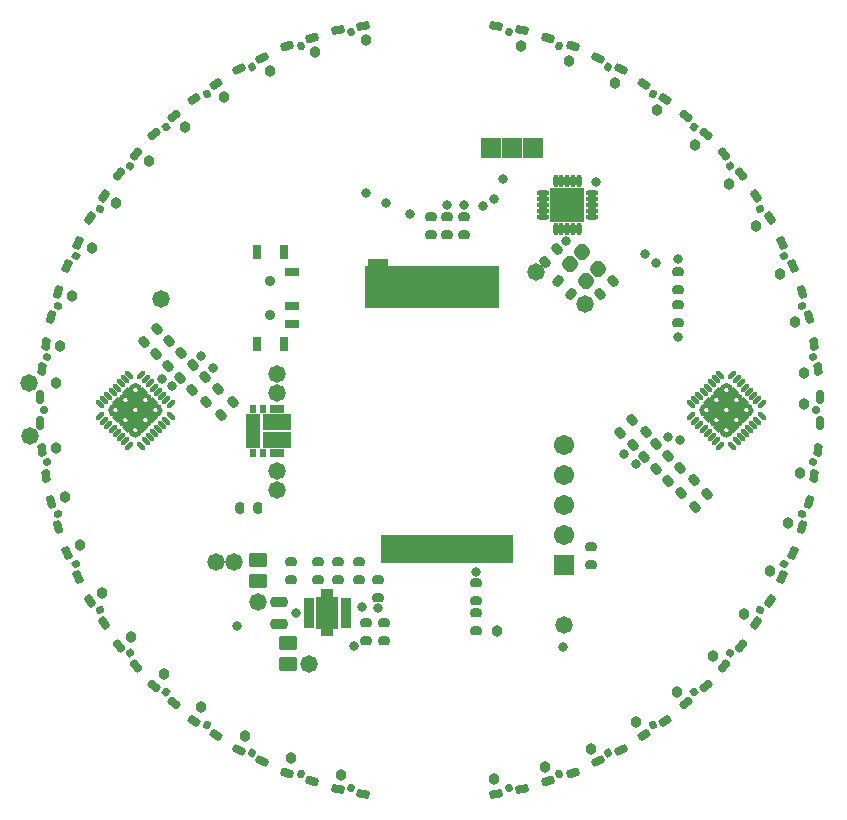
<source format=gts>
%FSLAX24Y24*%
%MOIN*%
G70*
G01*
G75*
G04 Layer_Color=8388736*
%ADD10C,0.0100*%
%ADD11R,0.0197X0.0433*%
%ADD12R,0.0433X0.0197*%
G04:AMPARAMS|DCode=13|XSize=30mil|YSize=22mil|CornerRadius=5.5mil|HoleSize=0mil|Usage=FLASHONLY|Rotation=180.000|XOffset=0mil|YOffset=0mil|HoleType=Round|Shape=RoundedRectangle|*
%AMROUNDEDRECTD13*
21,1,0.0300,0.0110,0,0,180.0*
21,1,0.0190,0.0220,0,0,180.0*
1,1,0.0110,-0.0095,0.0055*
1,1,0.0110,0.0095,0.0055*
1,1,0.0110,0.0095,-0.0055*
1,1,0.0110,-0.0095,-0.0055*
%
%ADD13ROUNDEDRECTD13*%
G04:AMPARAMS|DCode=14|XSize=55.1mil|YSize=39.4mil|CornerRadius=4.9mil|HoleSize=0mil|Usage=FLASHONLY|Rotation=180.000|XOffset=0mil|YOffset=0mil|HoleType=Round|Shape=RoundedRectangle|*
%AMROUNDEDRECTD14*
21,1,0.0551,0.0295,0,0,180.0*
21,1,0.0453,0.0394,0,0,180.0*
1,1,0.0098,-0.0226,0.0148*
1,1,0.0098,0.0226,0.0148*
1,1,0.0098,0.0226,-0.0148*
1,1,0.0098,-0.0226,-0.0148*
%
%ADD14ROUNDEDRECTD14*%
G04:AMPARAMS|DCode=15|XSize=50mil|YSize=24mil|CornerRadius=6mil|HoleSize=0mil|Usage=FLASHONLY|Rotation=180.000|XOffset=0mil|YOffset=0mil|HoleType=Round|Shape=RoundedRectangle|*
%AMROUNDEDRECTD15*
21,1,0.0500,0.0120,0,0,180.0*
21,1,0.0380,0.0240,0,0,180.0*
1,1,0.0120,-0.0190,0.0060*
1,1,0.0120,0.0190,0.0060*
1,1,0.0120,0.0190,-0.0060*
1,1,0.0120,-0.0190,-0.0060*
%
%ADD15ROUNDEDRECTD15*%
G04:AMPARAMS|DCode=16|XSize=30mil|YSize=22mil|CornerRadius=5.5mil|HoleSize=0mil|Usage=FLASHONLY|Rotation=135.000|XOffset=0mil|YOffset=0mil|HoleType=Round|Shape=RoundedRectangle|*
%AMROUNDEDRECTD16*
21,1,0.0300,0.0110,0,0,135.0*
21,1,0.0190,0.0220,0,0,135.0*
1,1,0.0110,-0.0028,0.0106*
1,1,0.0110,0.0106,-0.0028*
1,1,0.0110,0.0028,-0.0106*
1,1,0.0110,-0.0106,0.0028*
%
%ADD16ROUNDEDRECTD16*%
%ADD17R,0.1102X0.1102*%
%ADD18O,0.0098X0.0354*%
%ADD19O,0.0354X0.0098*%
G04:AMPARAMS|DCode=20|XSize=40mil|YSize=40mil|CornerRadius=10mil|HoleSize=0mil|Usage=FLASHONLY|Rotation=135.000|XOffset=0mil|YOffset=0mil|HoleType=Round|Shape=RoundedRectangle|*
%AMROUNDEDRECTD20*
21,1,0.0400,0.0200,0,0,135.0*
21,1,0.0200,0.0400,0,0,135.0*
1,1,0.0200,0.0000,0.0141*
1,1,0.0200,0.0141,0.0000*
1,1,0.0200,0.0000,-0.0141*
1,1,0.0200,-0.0141,0.0000*
%
%ADD20ROUNDEDRECTD20*%
%ADD21P,0.1893X4X180.0*%
G04:AMPARAMS|DCode=22|XSize=9.8mil|YSize=29.5mil|CornerRadius=0mil|HoleSize=0mil|Usage=FLASHONLY|Rotation=135.000|XOffset=0mil|YOffset=0mil|HoleType=Round|Shape=Round|*
%AMOVALD22*
21,1,0.0197,0.0098,0.0000,0.0000,225.0*
1,1,0.0098,0.0070,0.0070*
1,1,0.0098,-0.0070,-0.0070*
%
%ADD22OVALD22*%

G04:AMPARAMS|DCode=23|XSize=9.8mil|YSize=29.5mil|CornerRadius=0mil|HoleSize=0mil|Usage=FLASHONLY|Rotation=225.000|XOffset=0mil|YOffset=0mil|HoleType=Round|Shape=Round|*
%AMOVALD23*
21,1,0.0197,0.0098,0.0000,0.0000,315.0*
1,1,0.0098,-0.0070,0.0070*
1,1,0.0098,0.0070,-0.0070*
%
%ADD23OVALD23*%

G04:AMPARAMS|DCode=24|XSize=35.4mil|YSize=19.7mil|CornerRadius=2.5mil|HoleSize=0mil|Usage=FLASHONLY|Rotation=170.000|XOffset=0mil|YOffset=0mil|HoleType=Round|Shape=RoundedRectangle|*
%AMROUNDEDRECTD24*
21,1,0.0354,0.0148,0,0,170.0*
21,1,0.0305,0.0197,0,0,170.0*
1,1,0.0049,-0.0137,0.0099*
1,1,0.0049,0.0163,0.0046*
1,1,0.0049,0.0137,-0.0099*
1,1,0.0049,-0.0163,-0.0046*
%
%ADD24ROUNDEDRECTD24*%
G04:AMPARAMS|DCode=25|XSize=15.7mil|YSize=19.7mil|CornerRadius=2mil|HoleSize=0mil|Usage=FLASHONLY|Rotation=170.000|XOffset=0mil|YOffset=0mil|HoleType=Round|Shape=RoundedRectangle|*
%AMROUNDEDRECTD25*
21,1,0.0157,0.0157,0,0,170.0*
21,1,0.0118,0.0197,0,0,170.0*
1,1,0.0039,-0.0044,0.0088*
1,1,0.0039,0.0072,0.0067*
1,1,0.0039,0.0044,-0.0088*
1,1,0.0039,-0.0072,-0.0067*
%
%ADD25ROUNDEDRECTD25*%
G04:AMPARAMS|DCode=26|XSize=35.4mil|YSize=19.7mil|CornerRadius=2.5mil|HoleSize=0mil|Usage=FLASHONLY|Rotation=162.000|XOffset=0mil|YOffset=0mil|HoleType=Round|Shape=RoundedRectangle|*
%AMROUNDEDRECTD26*
21,1,0.0354,0.0148,0,0,162.0*
21,1,0.0305,0.0197,0,0,162.0*
1,1,0.0049,-0.0122,0.0117*
1,1,0.0049,0.0168,0.0023*
1,1,0.0049,0.0122,-0.0117*
1,1,0.0049,-0.0168,-0.0023*
%
%ADD26ROUNDEDRECTD26*%
G04:AMPARAMS|DCode=27|XSize=15.7mil|YSize=19.7mil|CornerRadius=2mil|HoleSize=0mil|Usage=FLASHONLY|Rotation=162.000|XOffset=0mil|YOffset=0mil|HoleType=Round|Shape=RoundedRectangle|*
%AMROUNDEDRECTD27*
21,1,0.0157,0.0157,0,0,162.0*
21,1,0.0118,0.0197,0,0,162.0*
1,1,0.0039,-0.0032,0.0093*
1,1,0.0039,0.0081,0.0057*
1,1,0.0039,0.0032,-0.0093*
1,1,0.0039,-0.0081,-0.0057*
%
%ADD27ROUNDEDRECTD27*%
G04:AMPARAMS|DCode=28|XSize=35.4mil|YSize=19.7mil|CornerRadius=2.5mil|HoleSize=0mil|Usage=FLASHONLY|Rotation=154.000|XOffset=0mil|YOffset=0mil|HoleType=Round|Shape=RoundedRectangle|*
%AMROUNDEDRECTD28*
21,1,0.0354,0.0148,0,0,154.0*
21,1,0.0305,0.0197,0,0,154.0*
1,1,0.0049,-0.0105,0.0133*
1,1,0.0049,0.0169,-0.0001*
1,1,0.0049,0.0105,-0.0133*
1,1,0.0049,-0.0169,0.0001*
%
%ADD28ROUNDEDRECTD28*%
G04:AMPARAMS|DCode=29|XSize=15.7mil|YSize=19.7mil|CornerRadius=2mil|HoleSize=0mil|Usage=FLASHONLY|Rotation=154.000|XOffset=0mil|YOffset=0mil|HoleType=Round|Shape=RoundedRectangle|*
%AMROUNDEDRECTD29*
21,1,0.0157,0.0157,0,0,154.0*
21,1,0.0118,0.0197,0,0,154.0*
1,1,0.0039,-0.0019,0.0097*
1,1,0.0039,0.0088,0.0045*
1,1,0.0039,0.0019,-0.0097*
1,1,0.0039,-0.0088,-0.0045*
%
%ADD29ROUNDEDRECTD29*%
G04:AMPARAMS|DCode=30|XSize=35.4mil|YSize=19.7mil|CornerRadius=2.5mil|HoleSize=0mil|Usage=FLASHONLY|Rotation=146.000|XOffset=0mil|YOffset=0mil|HoleType=Round|Shape=RoundedRectangle|*
%AMROUNDEDRECTD30*
21,1,0.0354,0.0148,0,0,146.0*
21,1,0.0305,0.0197,0,0,146.0*
1,1,0.0049,-0.0085,0.0147*
1,1,0.0049,0.0168,-0.0024*
1,1,0.0049,0.0085,-0.0147*
1,1,0.0049,-0.0168,0.0024*
%
%ADD30ROUNDEDRECTD30*%
G04:AMPARAMS|DCode=31|XSize=15.7mil|YSize=19.7mil|CornerRadius=2mil|HoleSize=0mil|Usage=FLASHONLY|Rotation=146.000|XOffset=0mil|YOffset=0mil|HoleType=Round|Shape=RoundedRectangle|*
%AMROUNDEDRECTD31*
21,1,0.0157,0.0157,0,0,146.0*
21,1,0.0118,0.0197,0,0,146.0*
1,1,0.0039,-0.0005,0.0098*
1,1,0.0039,0.0093,0.0032*
1,1,0.0039,0.0005,-0.0098*
1,1,0.0039,-0.0093,-0.0032*
%
%ADD31ROUNDEDRECTD31*%
G04:AMPARAMS|DCode=32|XSize=35.4mil|YSize=19.7mil|CornerRadius=2.5mil|HoleSize=0mil|Usage=FLASHONLY|Rotation=138.000|XOffset=0mil|YOffset=0mil|HoleType=Round|Shape=RoundedRectangle|*
%AMROUNDEDRECTD32*
21,1,0.0354,0.0148,0,0,138.0*
21,1,0.0305,0.0197,0,0,138.0*
1,1,0.0049,-0.0064,0.0157*
1,1,0.0049,0.0163,-0.0047*
1,1,0.0049,0.0064,-0.0157*
1,1,0.0049,-0.0163,0.0047*
%
%ADD32ROUNDEDRECTD32*%
G04:AMPARAMS|DCode=33|XSize=15.7mil|YSize=19.7mil|CornerRadius=2mil|HoleSize=0mil|Usage=FLASHONLY|Rotation=138.000|XOffset=0mil|YOffset=0mil|HoleType=Round|Shape=RoundedRectangle|*
%AMROUNDEDRECTD33*
21,1,0.0157,0.0157,0,0,138.0*
21,1,0.0118,0.0197,0,0,138.0*
1,1,0.0039,0.0009,0.0098*
1,1,0.0039,0.0097,0.0019*
1,1,0.0039,-0.0009,-0.0098*
1,1,0.0039,-0.0097,-0.0019*
%
%ADD33ROUNDEDRECTD33*%
G04:AMPARAMS|DCode=34|XSize=35.4mil|YSize=19.7mil|CornerRadius=2.5mil|HoleSize=0mil|Usage=FLASHONLY|Rotation=130.000|XOffset=0mil|YOffset=0mil|HoleType=Round|Shape=RoundedRectangle|*
%AMROUNDEDRECTD34*
21,1,0.0354,0.0148,0,0,130.0*
21,1,0.0305,0.0197,0,0,130.0*
1,1,0.0049,-0.0042,0.0164*
1,1,0.0049,0.0155,-0.0069*
1,1,0.0049,0.0042,-0.0164*
1,1,0.0049,-0.0155,0.0069*
%
%ADD34ROUNDEDRECTD34*%
G04:AMPARAMS|DCode=35|XSize=15.7mil|YSize=19.7mil|CornerRadius=2mil|HoleSize=0mil|Usage=FLASHONLY|Rotation=130.000|XOffset=0mil|YOffset=0mil|HoleType=Round|Shape=RoundedRectangle|*
%AMROUNDEDRECTD35*
21,1,0.0157,0.0157,0,0,130.0*
21,1,0.0118,0.0197,0,0,130.0*
1,1,0.0039,0.0022,0.0096*
1,1,0.0039,0.0098,0.0005*
1,1,0.0039,-0.0022,-0.0096*
1,1,0.0039,-0.0098,-0.0005*
%
%ADD35ROUNDEDRECTD35*%
G04:AMPARAMS|DCode=36|XSize=35.4mil|YSize=19.7mil|CornerRadius=2.5mil|HoleSize=0mil|Usage=FLASHONLY|Rotation=122.000|XOffset=0mil|YOffset=0mil|HoleType=Round|Shape=RoundedRectangle|*
%AMROUNDEDRECTD36*
21,1,0.0354,0.0148,0,0,122.0*
21,1,0.0305,0.0197,0,0,122.0*
1,1,0.0049,-0.0018,0.0169*
1,1,0.0049,0.0143,-0.0090*
1,1,0.0049,0.0018,-0.0169*
1,1,0.0049,-0.0143,0.0090*
%
%ADD36ROUNDEDRECTD36*%
G04:AMPARAMS|DCode=37|XSize=15.7mil|YSize=19.7mil|CornerRadius=2mil|HoleSize=0mil|Usage=FLASHONLY|Rotation=122.000|XOffset=0mil|YOffset=0mil|HoleType=Round|Shape=RoundedRectangle|*
%AMROUNDEDRECTD37*
21,1,0.0157,0.0157,0,0,122.0*
21,1,0.0118,0.0197,0,0,122.0*
1,1,0.0039,0.0035,0.0092*
1,1,0.0039,0.0098,-0.0008*
1,1,0.0039,-0.0035,-0.0092*
1,1,0.0039,-0.0098,0.0008*
%
%ADD37ROUNDEDRECTD37*%
G04:AMPARAMS|DCode=38|XSize=35.4mil|YSize=19.7mil|CornerRadius=2.5mil|HoleSize=0mil|Usage=FLASHONLY|Rotation=114.000|XOffset=0mil|YOffset=0mil|HoleType=Round|Shape=RoundedRectangle|*
%AMROUNDEDRECTD38*
21,1,0.0354,0.0148,0,0,114.0*
21,1,0.0305,0.0197,0,0,114.0*
1,1,0.0049,0.0005,0.0169*
1,1,0.0049,0.0129,-0.0109*
1,1,0.0049,-0.0005,-0.0169*
1,1,0.0049,-0.0129,0.0109*
%
%ADD38ROUNDEDRECTD38*%
G04:AMPARAMS|DCode=39|XSize=15.7mil|YSize=19.7mil|CornerRadius=2mil|HoleSize=0mil|Usage=FLASHONLY|Rotation=114.000|XOffset=0mil|YOffset=0mil|HoleType=Round|Shape=RoundedRectangle|*
%AMROUNDEDRECTD39*
21,1,0.0157,0.0157,0,0,114.0*
21,1,0.0118,0.0197,0,0,114.0*
1,1,0.0039,0.0048,0.0086*
1,1,0.0039,0.0096,-0.0022*
1,1,0.0039,-0.0048,-0.0086*
1,1,0.0039,-0.0096,0.0022*
%
%ADD39ROUNDEDRECTD39*%
G04:AMPARAMS|DCode=40|XSize=35.4mil|YSize=19.7mil|CornerRadius=2.5mil|HoleSize=0mil|Usage=FLASHONLY|Rotation=106.000|XOffset=0mil|YOffset=0mil|HoleType=Round|Shape=RoundedRectangle|*
%AMROUNDEDRECTD40*
21,1,0.0354,0.0148,0,0,106.0*
21,1,0.0305,0.0197,0,0,106.0*
1,1,0.0049,0.0029,0.0167*
1,1,0.0049,0.0113,-0.0126*
1,1,0.0049,-0.0029,-0.0167*
1,1,0.0049,-0.0113,0.0126*
%
%ADD40ROUNDEDRECTD40*%
G04:AMPARAMS|DCode=41|XSize=15.7mil|YSize=19.7mil|CornerRadius=2mil|HoleSize=0mil|Usage=FLASHONLY|Rotation=106.000|XOffset=0mil|YOffset=0mil|HoleType=Round|Shape=RoundedRectangle|*
%AMROUNDEDRECTD41*
21,1,0.0157,0.0157,0,0,106.0*
21,1,0.0118,0.0197,0,0,106.0*
1,1,0.0039,0.0059,0.0078*
1,1,0.0039,0.0092,-0.0035*
1,1,0.0039,-0.0059,-0.0078*
1,1,0.0039,-0.0092,0.0035*
%
%ADD41ROUNDEDRECTD41*%
G04:AMPARAMS|DCode=42|XSize=35.4mil|YSize=19.7mil|CornerRadius=2.5mil|HoleSize=0mil|Usage=FLASHONLY|Rotation=98.000|XOffset=0mil|YOffset=0mil|HoleType=Round|Shape=RoundedRectangle|*
%AMROUNDEDRECTD42*
21,1,0.0354,0.0148,0,0,98.0*
21,1,0.0305,0.0197,0,0,98.0*
1,1,0.0049,0.0052,0.0161*
1,1,0.0049,0.0094,-0.0141*
1,1,0.0049,-0.0052,-0.0161*
1,1,0.0049,-0.0094,0.0141*
%
%ADD42ROUNDEDRECTD42*%
G04:AMPARAMS|DCode=43|XSize=15.7mil|YSize=19.7mil|CornerRadius=2mil|HoleSize=0mil|Usage=FLASHONLY|Rotation=98.000|XOffset=0mil|YOffset=0mil|HoleType=Round|Shape=RoundedRectangle|*
%AMROUNDEDRECTD43*
21,1,0.0157,0.0157,0,0,98.0*
21,1,0.0118,0.0197,0,0,98.0*
1,1,0.0039,0.0070,0.0069*
1,1,0.0039,0.0086,-0.0048*
1,1,0.0039,-0.0070,-0.0069*
1,1,0.0039,-0.0086,0.0048*
%
%ADD43ROUNDEDRECTD43*%
G04:AMPARAMS|DCode=44|XSize=35.4mil|YSize=19.7mil|CornerRadius=2.5mil|HoleSize=0mil|Usage=FLASHONLY|Rotation=10.000|XOffset=0mil|YOffset=0mil|HoleType=Round|Shape=RoundedRectangle|*
%AMROUNDEDRECTD44*
21,1,0.0354,0.0148,0,0,10.0*
21,1,0.0305,0.0197,0,0,10.0*
1,1,0.0049,0.0163,-0.0046*
1,1,0.0049,-0.0137,-0.0099*
1,1,0.0049,-0.0163,0.0046*
1,1,0.0049,0.0137,0.0099*
%
%ADD44ROUNDEDRECTD44*%
G04:AMPARAMS|DCode=45|XSize=15.7mil|YSize=19.7mil|CornerRadius=2mil|HoleSize=0mil|Usage=FLASHONLY|Rotation=10.000|XOffset=0mil|YOffset=0mil|HoleType=Round|Shape=RoundedRectangle|*
%AMROUNDEDRECTD45*
21,1,0.0157,0.0157,0,0,10.0*
21,1,0.0118,0.0197,0,0,10.0*
1,1,0.0039,0.0072,-0.0067*
1,1,0.0039,-0.0044,-0.0088*
1,1,0.0039,-0.0072,0.0067*
1,1,0.0039,0.0044,0.0088*
%
%ADD45ROUNDEDRECTD45*%
G04:AMPARAMS|DCode=46|XSize=35.4mil|YSize=19.7mil|CornerRadius=2.5mil|HoleSize=0mil|Usage=FLASHONLY|Rotation=18.000|XOffset=0mil|YOffset=0mil|HoleType=Round|Shape=RoundedRectangle|*
%AMROUNDEDRECTD46*
21,1,0.0354,0.0148,0,0,18.0*
21,1,0.0305,0.0197,0,0,18.0*
1,1,0.0049,0.0168,-0.0023*
1,1,0.0049,-0.0122,-0.0117*
1,1,0.0049,-0.0168,0.0023*
1,1,0.0049,0.0122,0.0117*
%
%ADD46ROUNDEDRECTD46*%
G04:AMPARAMS|DCode=47|XSize=15.7mil|YSize=19.7mil|CornerRadius=2mil|HoleSize=0mil|Usage=FLASHONLY|Rotation=18.000|XOffset=0mil|YOffset=0mil|HoleType=Round|Shape=RoundedRectangle|*
%AMROUNDEDRECTD47*
21,1,0.0157,0.0157,0,0,18.0*
21,1,0.0118,0.0197,0,0,18.0*
1,1,0.0039,0.0081,-0.0057*
1,1,0.0039,-0.0032,-0.0093*
1,1,0.0039,-0.0081,0.0057*
1,1,0.0039,0.0032,0.0093*
%
%ADD47ROUNDEDRECTD47*%
G04:AMPARAMS|DCode=48|XSize=35.4mil|YSize=19.7mil|CornerRadius=2.5mil|HoleSize=0mil|Usage=FLASHONLY|Rotation=26.000|XOffset=0mil|YOffset=0mil|HoleType=Round|Shape=RoundedRectangle|*
%AMROUNDEDRECTD48*
21,1,0.0354,0.0148,0,0,26.0*
21,1,0.0305,0.0197,0,0,26.0*
1,1,0.0049,0.0169,0.0001*
1,1,0.0049,-0.0105,-0.0133*
1,1,0.0049,-0.0169,-0.0001*
1,1,0.0049,0.0105,0.0133*
%
%ADD48ROUNDEDRECTD48*%
G04:AMPARAMS|DCode=49|XSize=15.7mil|YSize=19.7mil|CornerRadius=2mil|HoleSize=0mil|Usage=FLASHONLY|Rotation=26.000|XOffset=0mil|YOffset=0mil|HoleType=Round|Shape=RoundedRectangle|*
%AMROUNDEDRECTD49*
21,1,0.0157,0.0157,0,0,26.0*
21,1,0.0118,0.0197,0,0,26.0*
1,1,0.0039,0.0088,-0.0045*
1,1,0.0039,-0.0019,-0.0097*
1,1,0.0039,-0.0088,0.0045*
1,1,0.0039,0.0019,0.0097*
%
%ADD49ROUNDEDRECTD49*%
G04:AMPARAMS|DCode=50|XSize=35.4mil|YSize=19.7mil|CornerRadius=2.5mil|HoleSize=0mil|Usage=FLASHONLY|Rotation=34.000|XOffset=0mil|YOffset=0mil|HoleType=Round|Shape=RoundedRectangle|*
%AMROUNDEDRECTD50*
21,1,0.0354,0.0148,0,0,34.0*
21,1,0.0305,0.0197,0,0,34.0*
1,1,0.0049,0.0168,0.0024*
1,1,0.0049,-0.0085,-0.0147*
1,1,0.0049,-0.0168,-0.0024*
1,1,0.0049,0.0085,0.0147*
%
%ADD50ROUNDEDRECTD50*%
G04:AMPARAMS|DCode=51|XSize=15.7mil|YSize=19.7mil|CornerRadius=2mil|HoleSize=0mil|Usage=FLASHONLY|Rotation=34.000|XOffset=0mil|YOffset=0mil|HoleType=Round|Shape=RoundedRectangle|*
%AMROUNDEDRECTD51*
21,1,0.0157,0.0157,0,0,34.0*
21,1,0.0118,0.0197,0,0,34.0*
1,1,0.0039,0.0093,-0.0032*
1,1,0.0039,-0.0005,-0.0098*
1,1,0.0039,-0.0093,0.0032*
1,1,0.0039,0.0005,0.0098*
%
%ADD51ROUNDEDRECTD51*%
G04:AMPARAMS|DCode=52|XSize=35.4mil|YSize=19.7mil|CornerRadius=2.5mil|HoleSize=0mil|Usage=FLASHONLY|Rotation=42.000|XOffset=0mil|YOffset=0mil|HoleType=Round|Shape=RoundedRectangle|*
%AMROUNDEDRECTD52*
21,1,0.0354,0.0148,0,0,42.0*
21,1,0.0305,0.0197,0,0,42.0*
1,1,0.0049,0.0163,0.0047*
1,1,0.0049,-0.0064,-0.0157*
1,1,0.0049,-0.0163,-0.0047*
1,1,0.0049,0.0064,0.0157*
%
%ADD52ROUNDEDRECTD52*%
G04:AMPARAMS|DCode=53|XSize=15.7mil|YSize=19.7mil|CornerRadius=2mil|HoleSize=0mil|Usage=FLASHONLY|Rotation=42.000|XOffset=0mil|YOffset=0mil|HoleType=Round|Shape=RoundedRectangle|*
%AMROUNDEDRECTD53*
21,1,0.0157,0.0157,0,0,42.0*
21,1,0.0118,0.0197,0,0,42.0*
1,1,0.0039,0.0097,-0.0019*
1,1,0.0039,0.0009,-0.0098*
1,1,0.0039,-0.0097,0.0019*
1,1,0.0039,-0.0009,0.0098*
%
%ADD53ROUNDEDRECTD53*%
G04:AMPARAMS|DCode=54|XSize=35.4mil|YSize=19.7mil|CornerRadius=2.5mil|HoleSize=0mil|Usage=FLASHONLY|Rotation=50.000|XOffset=0mil|YOffset=0mil|HoleType=Round|Shape=RoundedRectangle|*
%AMROUNDEDRECTD54*
21,1,0.0354,0.0148,0,0,50.0*
21,1,0.0305,0.0197,0,0,50.0*
1,1,0.0049,0.0155,0.0069*
1,1,0.0049,-0.0042,-0.0164*
1,1,0.0049,-0.0155,-0.0069*
1,1,0.0049,0.0042,0.0164*
%
%ADD54ROUNDEDRECTD54*%
G04:AMPARAMS|DCode=55|XSize=15.7mil|YSize=19.7mil|CornerRadius=2mil|HoleSize=0mil|Usage=FLASHONLY|Rotation=50.000|XOffset=0mil|YOffset=0mil|HoleType=Round|Shape=RoundedRectangle|*
%AMROUNDEDRECTD55*
21,1,0.0157,0.0157,0,0,50.0*
21,1,0.0118,0.0197,0,0,50.0*
1,1,0.0039,0.0098,-0.0005*
1,1,0.0039,0.0022,-0.0096*
1,1,0.0039,-0.0098,0.0005*
1,1,0.0039,-0.0022,0.0096*
%
%ADD55ROUNDEDRECTD55*%
G04:AMPARAMS|DCode=56|XSize=35.4mil|YSize=19.7mil|CornerRadius=2.5mil|HoleSize=0mil|Usage=FLASHONLY|Rotation=58.000|XOffset=0mil|YOffset=0mil|HoleType=Round|Shape=RoundedRectangle|*
%AMROUNDEDRECTD56*
21,1,0.0354,0.0148,0,0,58.0*
21,1,0.0305,0.0197,0,0,58.0*
1,1,0.0049,0.0143,0.0090*
1,1,0.0049,-0.0018,-0.0169*
1,1,0.0049,-0.0143,-0.0090*
1,1,0.0049,0.0018,0.0169*
%
%ADD56ROUNDEDRECTD56*%
G04:AMPARAMS|DCode=57|XSize=15.7mil|YSize=19.7mil|CornerRadius=2mil|HoleSize=0mil|Usage=FLASHONLY|Rotation=58.000|XOffset=0mil|YOffset=0mil|HoleType=Round|Shape=RoundedRectangle|*
%AMROUNDEDRECTD57*
21,1,0.0157,0.0157,0,0,58.0*
21,1,0.0118,0.0197,0,0,58.0*
1,1,0.0039,0.0098,0.0008*
1,1,0.0039,0.0035,-0.0092*
1,1,0.0039,-0.0098,-0.0008*
1,1,0.0039,-0.0035,0.0092*
%
%ADD57ROUNDEDRECTD57*%
G04:AMPARAMS|DCode=58|XSize=35.4mil|YSize=19.7mil|CornerRadius=2.5mil|HoleSize=0mil|Usage=FLASHONLY|Rotation=66.000|XOffset=0mil|YOffset=0mil|HoleType=Round|Shape=RoundedRectangle|*
%AMROUNDEDRECTD58*
21,1,0.0354,0.0148,0,0,66.0*
21,1,0.0305,0.0197,0,0,66.0*
1,1,0.0049,0.0129,0.0109*
1,1,0.0049,0.0005,-0.0169*
1,1,0.0049,-0.0129,-0.0109*
1,1,0.0049,-0.0005,0.0169*
%
%ADD58ROUNDEDRECTD58*%
G04:AMPARAMS|DCode=59|XSize=15.7mil|YSize=19.7mil|CornerRadius=2mil|HoleSize=0mil|Usage=FLASHONLY|Rotation=66.000|XOffset=0mil|YOffset=0mil|HoleType=Round|Shape=RoundedRectangle|*
%AMROUNDEDRECTD59*
21,1,0.0157,0.0157,0,0,66.0*
21,1,0.0118,0.0197,0,0,66.0*
1,1,0.0039,0.0096,0.0022*
1,1,0.0039,0.0048,-0.0086*
1,1,0.0039,-0.0096,-0.0022*
1,1,0.0039,-0.0048,0.0086*
%
%ADD59ROUNDEDRECTD59*%
G04:AMPARAMS|DCode=60|XSize=35.4mil|YSize=19.7mil|CornerRadius=2.5mil|HoleSize=0mil|Usage=FLASHONLY|Rotation=74.000|XOffset=0mil|YOffset=0mil|HoleType=Round|Shape=RoundedRectangle|*
%AMROUNDEDRECTD60*
21,1,0.0354,0.0148,0,0,74.0*
21,1,0.0305,0.0197,0,0,74.0*
1,1,0.0049,0.0113,0.0126*
1,1,0.0049,0.0029,-0.0167*
1,1,0.0049,-0.0113,-0.0126*
1,1,0.0049,-0.0029,0.0167*
%
%ADD60ROUNDEDRECTD60*%
G04:AMPARAMS|DCode=61|XSize=15.7mil|YSize=19.7mil|CornerRadius=2mil|HoleSize=0mil|Usage=FLASHONLY|Rotation=74.000|XOffset=0mil|YOffset=0mil|HoleType=Round|Shape=RoundedRectangle|*
%AMROUNDEDRECTD61*
21,1,0.0157,0.0157,0,0,74.0*
21,1,0.0118,0.0197,0,0,74.0*
1,1,0.0039,0.0092,0.0035*
1,1,0.0039,0.0059,-0.0078*
1,1,0.0039,-0.0092,-0.0035*
1,1,0.0039,-0.0059,0.0078*
%
%ADD61ROUNDEDRECTD61*%
G04:AMPARAMS|DCode=62|XSize=35.4mil|YSize=19.7mil|CornerRadius=2.5mil|HoleSize=0mil|Usage=FLASHONLY|Rotation=82.000|XOffset=0mil|YOffset=0mil|HoleType=Round|Shape=RoundedRectangle|*
%AMROUNDEDRECTD62*
21,1,0.0354,0.0148,0,0,82.0*
21,1,0.0305,0.0197,0,0,82.0*
1,1,0.0049,0.0094,0.0141*
1,1,0.0049,0.0052,-0.0161*
1,1,0.0049,-0.0094,-0.0141*
1,1,0.0049,-0.0052,0.0161*
%
%ADD62ROUNDEDRECTD62*%
G04:AMPARAMS|DCode=63|XSize=15.7mil|YSize=19.7mil|CornerRadius=2mil|HoleSize=0mil|Usage=FLASHONLY|Rotation=82.000|XOffset=0mil|YOffset=0mil|HoleType=Round|Shape=RoundedRectangle|*
%AMROUNDEDRECTD63*
21,1,0.0157,0.0157,0,0,82.0*
21,1,0.0118,0.0197,0,0,82.0*
1,1,0.0039,0.0086,0.0048*
1,1,0.0039,0.0070,-0.0069*
1,1,0.0039,-0.0086,-0.0048*
1,1,0.0039,-0.0070,0.0069*
%
%ADD63ROUNDEDRECTD63*%
G04:AMPARAMS|DCode=64|XSize=35.4mil|YSize=19.7mil|CornerRadius=2.5mil|HoleSize=0mil|Usage=FLASHONLY|Rotation=90.000|XOffset=0mil|YOffset=0mil|HoleType=Round|Shape=RoundedRectangle|*
%AMROUNDEDRECTD64*
21,1,0.0354,0.0148,0,0,90.0*
21,1,0.0305,0.0197,0,0,90.0*
1,1,0.0049,0.0074,0.0153*
1,1,0.0049,0.0074,-0.0153*
1,1,0.0049,-0.0074,-0.0153*
1,1,0.0049,-0.0074,0.0153*
%
%ADD64ROUNDEDRECTD64*%
G04:AMPARAMS|DCode=65|XSize=15.7mil|YSize=19.7mil|CornerRadius=2mil|HoleSize=0mil|Usage=FLASHONLY|Rotation=90.000|XOffset=0mil|YOffset=0mil|HoleType=Round|Shape=RoundedRectangle|*
%AMROUNDEDRECTD65*
21,1,0.0157,0.0157,0,0,90.0*
21,1,0.0118,0.0197,0,0,90.0*
1,1,0.0039,0.0079,0.0059*
1,1,0.0039,0.0079,-0.0059*
1,1,0.0039,-0.0079,-0.0059*
1,1,0.0039,-0.0079,0.0059*
%
%ADD65ROUNDEDRECTD65*%
%ADD66R,0.0886X0.0472*%
%ADD67R,0.0433X0.1063*%
%ADD68R,0.0138X0.0236*%
%ADD69R,0.0453X0.0236*%
G04:AMPARAMS|DCode=70|XSize=30mil|YSize=22mil|CornerRadius=5.5mil|HoleSize=0mil|Usage=FLASHONLY|Rotation=225.000|XOffset=0mil|YOffset=0mil|HoleType=Round|Shape=RoundedRectangle|*
%AMROUNDEDRECTD70*
21,1,0.0300,0.0110,0,0,225.0*
21,1,0.0190,0.0220,0,0,225.0*
1,1,0.0110,-0.0106,-0.0028*
1,1,0.0110,0.0028,0.0106*
1,1,0.0110,0.0106,0.0028*
1,1,0.0110,-0.0028,-0.0106*
%
%ADD70ROUNDEDRECTD70*%
%ADD71R,0.0256X0.0118*%
%ADD72R,0.0689X0.0984*%
%ADD73R,0.0118X0.0256*%
G04:AMPARAMS|DCode=74|XSize=30mil|YSize=22mil|CornerRadius=5.5mil|HoleSize=0mil|Usage=FLASHONLY|Rotation=270.000|XOffset=0mil|YOffset=0mil|HoleType=Round|Shape=RoundedRectangle|*
%AMROUNDEDRECTD74*
21,1,0.0300,0.0110,0,0,270.0*
21,1,0.0190,0.0220,0,0,270.0*
1,1,0.0110,-0.0055,-0.0095*
1,1,0.0110,-0.0055,0.0095*
1,1,0.0110,0.0055,0.0095*
1,1,0.0110,0.0055,-0.0095*
%
%ADD74ROUNDEDRECTD74*%
%ADD75C,0.0200*%
%ADD76C,0.0080*%
%ADD77R,0.4350X0.1000*%
%ADD78R,0.4400X0.1650*%
%ADD79C,0.0276*%
%ADD80R,0.0591X0.0591*%
%ADD81R,0.0591X0.0591*%
%ADD82C,0.0591*%
%ADD83C,0.0250*%
%ADD84C,0.0260*%
%ADD85C,0.0157*%
%ADD86C,0.0300*%
%ADD87C,0.0500*%
%ADD88C,0.0197*%
%ADD89P,0.0341X8X157.5*%
G04:AMPARAMS|DCode=90|XSize=133.9mil|YSize=141.7mil|CornerRadius=0.7mil|HoleSize=0mil|Usage=FLASHONLY|Rotation=135.000|XOffset=0mil|YOffset=0mil|HoleType=Round|Shape=RoundedRectangle|*
%AMROUNDEDRECTD90*
21,1,0.1339,0.1404,0,0,135.0*
21,1,0.1325,0.1417,0,0,135.0*
1,1,0.0013,0.0028,0.0965*
1,1,0.0013,0.0965,0.0028*
1,1,0.0013,-0.0028,-0.0965*
1,1,0.0013,-0.0965,-0.0028*
%
%ADD90ROUNDEDRECTD90*%
G04:AMPARAMS|DCode=91|XSize=133.9mil|YSize=141.7mil|CornerRadius=0.7mil|HoleSize=0mil|Usage=FLASHONLY|Rotation=225.000|XOffset=0mil|YOffset=0mil|HoleType=Round|Shape=RoundedRectangle|*
%AMROUNDEDRECTD91*
21,1,0.1339,0.1404,0,0,225.0*
21,1,0.1325,0.1417,0,0,225.0*
1,1,0.0013,-0.0965,0.0028*
1,1,0.0013,-0.0028,0.0965*
1,1,0.0013,0.0965,-0.0028*
1,1,0.0013,0.0028,-0.0965*
%
%ADD91ROUNDEDRECTD91*%
G04:AMPARAMS|DCode=92|XSize=24mil|YSize=30mil|CornerRadius=6mil|HoleSize=0mil|Usage=FLASHONLY|Rotation=270.000|XOffset=0mil|YOffset=0mil|HoleType=Round|Shape=RoundedRectangle|*
%AMROUNDEDRECTD92*
21,1,0.0240,0.0180,0,0,270.0*
21,1,0.0120,0.0300,0,0,270.0*
1,1,0.0120,-0.0090,-0.0060*
1,1,0.0120,-0.0090,0.0060*
1,1,0.0120,0.0090,0.0060*
1,1,0.0120,0.0090,-0.0060*
%
%ADD92ROUNDEDRECTD92*%
%ADD93R,0.4350X0.0950*%
%ADD94C,0.0098*%
%ADD95C,0.0039*%
%ADD96C,0.0079*%
%ADD97C,0.0010*%
%ADD98C,0.0050*%
%ADD99C,0.0138*%
%ADD100P,0.0000X4X180.0*%
%ADD101C,0.0157*%
G04:AMPARAMS|DCode=102|XSize=23.6mil|YSize=141.7mil|CornerRadius=0mil|HoleSize=0mil|Usage=FLASHONLY|Rotation=135.000|XOffset=0mil|YOffset=0mil|HoleType=Round|Shape=Rectangle|*
%AMROTATEDRECTD102*
4,1,4,0.0585,0.0418,-0.0418,-0.0585,-0.0585,-0.0418,0.0418,0.0585,0.0585,0.0418,0.0*
%
%ADD102ROTATEDRECTD102*%

G04:AMPARAMS|DCode=103|XSize=23.6mil|YSize=141.7mil|CornerRadius=0mil|HoleSize=0mil|Usage=FLASHONLY|Rotation=45.000|XOffset=0mil|YOffset=0mil|HoleType=Round|Shape=Rectangle|*
%AMROTATEDRECTD103*
4,1,4,0.0418,-0.0585,-0.0585,0.0418,-0.0418,0.0585,0.0585,-0.0418,0.0418,-0.0585,0.0*
%
%ADD103ROTATEDRECTD103*%

%ADD104R,0.4400X0.0950*%
%ADD105R,0.4450X0.1400*%
%ADD106R,0.0277X0.0513*%
%ADD107R,0.0513X0.0277*%
G04:AMPARAMS|DCode=108|XSize=38mil|YSize=30mil|CornerRadius=9.5mil|HoleSize=0mil|Usage=FLASHONLY|Rotation=180.000|XOffset=0mil|YOffset=0mil|HoleType=Round|Shape=RoundedRectangle|*
%AMROUNDEDRECTD108*
21,1,0.0380,0.0110,0,0,180.0*
21,1,0.0190,0.0300,0,0,180.0*
1,1,0.0190,-0.0095,0.0055*
1,1,0.0190,0.0095,0.0055*
1,1,0.0190,0.0095,-0.0055*
1,1,0.0190,-0.0095,-0.0055*
%
%ADD108ROUNDEDRECTD108*%
G04:AMPARAMS|DCode=109|XSize=63.1mil|YSize=47.4mil|CornerRadius=8.9mil|HoleSize=0mil|Usage=FLASHONLY|Rotation=180.000|XOffset=0mil|YOffset=0mil|HoleType=Round|Shape=RoundedRectangle|*
%AMROUNDEDRECTD109*
21,1,0.0631,0.0295,0,0,180.0*
21,1,0.0453,0.0474,0,0,180.0*
1,1,0.0178,-0.0226,0.0148*
1,1,0.0178,0.0226,0.0148*
1,1,0.0178,0.0226,-0.0148*
1,1,0.0178,-0.0226,-0.0148*
%
%ADD109ROUNDEDRECTD109*%
G04:AMPARAMS|DCode=110|XSize=58mil|YSize=32mil|CornerRadius=10mil|HoleSize=0mil|Usage=FLASHONLY|Rotation=180.000|XOffset=0mil|YOffset=0mil|HoleType=Round|Shape=RoundedRectangle|*
%AMROUNDEDRECTD110*
21,1,0.0580,0.0120,0,0,180.0*
21,1,0.0380,0.0320,0,0,180.0*
1,1,0.0200,-0.0190,0.0060*
1,1,0.0200,0.0190,0.0060*
1,1,0.0200,0.0190,-0.0060*
1,1,0.0200,-0.0190,-0.0060*
%
%ADD110ROUNDEDRECTD110*%
G04:AMPARAMS|DCode=111|XSize=38mil|YSize=30mil|CornerRadius=9.5mil|HoleSize=0mil|Usage=FLASHONLY|Rotation=135.000|XOffset=0mil|YOffset=0mil|HoleType=Round|Shape=RoundedRectangle|*
%AMROUNDEDRECTD111*
21,1,0.0380,0.0110,0,0,135.0*
21,1,0.0190,0.0300,0,0,135.0*
1,1,0.0190,-0.0028,0.0106*
1,1,0.0190,0.0106,-0.0028*
1,1,0.0190,0.0028,-0.0106*
1,1,0.0190,-0.0106,0.0028*
%
%ADD111ROUNDEDRECTD111*%
%ADD112R,0.1182X0.1182*%
%ADD113O,0.0178X0.0434*%
%ADD114O,0.0434X0.0178*%
G04:AMPARAMS|DCode=115|XSize=48mil|YSize=48mil|CornerRadius=14mil|HoleSize=0mil|Usage=FLASHONLY|Rotation=135.000|XOffset=0mil|YOffset=0mil|HoleType=Round|Shape=RoundedRectangle|*
%AMROUNDEDRECTD115*
21,1,0.0480,0.0200,0,0,135.0*
21,1,0.0200,0.0480,0,0,135.0*
1,1,0.0280,0.0000,0.0141*
1,1,0.0280,0.0141,0.0000*
1,1,0.0280,0.0000,-0.0141*
1,1,0.0280,-0.0141,0.0000*
%
%ADD115ROUNDEDRECTD115*%
G04:AMPARAMS|DCode=116|XSize=15.7mil|YSize=35.4mil|CornerRadius=0mil|HoleSize=0mil|Usage=FLASHONLY|Rotation=135.000|XOffset=0mil|YOffset=0mil|HoleType=Round|Shape=Round|*
%AMOVALD116*
21,1,0.0197,0.0157,0.0000,0.0000,225.0*
1,1,0.0157,0.0070,0.0070*
1,1,0.0157,-0.0070,-0.0070*
%
%ADD116OVALD116*%

G04:AMPARAMS|DCode=117|XSize=15.7mil|YSize=35.4mil|CornerRadius=0mil|HoleSize=0mil|Usage=FLASHONLY|Rotation=225.000|XOffset=0mil|YOffset=0mil|HoleType=Round|Shape=Round|*
%AMOVALD117*
21,1,0.0197,0.0157,0.0000,0.0000,315.0*
1,1,0.0157,-0.0070,0.0070*
1,1,0.0157,0.0070,-0.0070*
%
%ADD117OVALD117*%

G04:AMPARAMS|DCode=118|XSize=43.4mil|YSize=27.7mil|CornerRadius=6.5mil|HoleSize=0mil|Usage=FLASHONLY|Rotation=170.000|XOffset=0mil|YOffset=0mil|HoleType=Round|Shape=RoundedRectangle|*
%AMROUNDEDRECTD118*
21,1,0.0434,0.0148,0,0,170.0*
21,1,0.0305,0.0277,0,0,170.0*
1,1,0.0129,-0.0137,0.0099*
1,1,0.0129,0.0163,0.0046*
1,1,0.0129,0.0137,-0.0099*
1,1,0.0129,-0.0163,-0.0046*
%
%ADD118ROUNDEDRECTD118*%
G04:AMPARAMS|DCode=119|XSize=23.7mil|YSize=27.7mil|CornerRadius=6mil|HoleSize=0mil|Usage=FLASHONLY|Rotation=170.000|XOffset=0mil|YOffset=0mil|HoleType=Round|Shape=RoundedRectangle|*
%AMROUNDEDRECTD119*
21,1,0.0237,0.0157,0,0,170.0*
21,1,0.0118,0.0277,0,0,170.0*
1,1,0.0119,-0.0044,0.0088*
1,1,0.0119,0.0072,0.0067*
1,1,0.0119,0.0044,-0.0088*
1,1,0.0119,-0.0072,-0.0067*
%
%ADD119ROUNDEDRECTD119*%
G04:AMPARAMS|DCode=120|XSize=43.4mil|YSize=27.7mil|CornerRadius=6.5mil|HoleSize=0mil|Usage=FLASHONLY|Rotation=162.000|XOffset=0mil|YOffset=0mil|HoleType=Round|Shape=RoundedRectangle|*
%AMROUNDEDRECTD120*
21,1,0.0434,0.0148,0,0,162.0*
21,1,0.0305,0.0277,0,0,162.0*
1,1,0.0129,-0.0122,0.0117*
1,1,0.0129,0.0168,0.0023*
1,1,0.0129,0.0122,-0.0117*
1,1,0.0129,-0.0168,-0.0023*
%
%ADD120ROUNDEDRECTD120*%
G04:AMPARAMS|DCode=121|XSize=23.7mil|YSize=27.7mil|CornerRadius=6mil|HoleSize=0mil|Usage=FLASHONLY|Rotation=162.000|XOffset=0mil|YOffset=0mil|HoleType=Round|Shape=RoundedRectangle|*
%AMROUNDEDRECTD121*
21,1,0.0237,0.0157,0,0,162.0*
21,1,0.0118,0.0277,0,0,162.0*
1,1,0.0119,-0.0032,0.0093*
1,1,0.0119,0.0081,0.0057*
1,1,0.0119,0.0032,-0.0093*
1,1,0.0119,-0.0081,-0.0057*
%
%ADD121ROUNDEDRECTD121*%
G04:AMPARAMS|DCode=122|XSize=43.4mil|YSize=27.7mil|CornerRadius=6.5mil|HoleSize=0mil|Usage=FLASHONLY|Rotation=154.000|XOffset=0mil|YOffset=0mil|HoleType=Round|Shape=RoundedRectangle|*
%AMROUNDEDRECTD122*
21,1,0.0434,0.0148,0,0,154.0*
21,1,0.0305,0.0277,0,0,154.0*
1,1,0.0129,-0.0105,0.0133*
1,1,0.0129,0.0169,-0.0001*
1,1,0.0129,0.0105,-0.0133*
1,1,0.0129,-0.0169,0.0001*
%
%ADD122ROUNDEDRECTD122*%
G04:AMPARAMS|DCode=123|XSize=23.7mil|YSize=27.7mil|CornerRadius=6mil|HoleSize=0mil|Usage=FLASHONLY|Rotation=154.000|XOffset=0mil|YOffset=0mil|HoleType=Round|Shape=RoundedRectangle|*
%AMROUNDEDRECTD123*
21,1,0.0237,0.0157,0,0,154.0*
21,1,0.0118,0.0277,0,0,154.0*
1,1,0.0119,-0.0019,0.0097*
1,1,0.0119,0.0088,0.0045*
1,1,0.0119,0.0019,-0.0097*
1,1,0.0119,-0.0088,-0.0045*
%
%ADD123ROUNDEDRECTD123*%
G04:AMPARAMS|DCode=124|XSize=43.4mil|YSize=27.7mil|CornerRadius=6.5mil|HoleSize=0mil|Usage=FLASHONLY|Rotation=146.000|XOffset=0mil|YOffset=0mil|HoleType=Round|Shape=RoundedRectangle|*
%AMROUNDEDRECTD124*
21,1,0.0434,0.0148,0,0,146.0*
21,1,0.0305,0.0277,0,0,146.0*
1,1,0.0129,-0.0085,0.0147*
1,1,0.0129,0.0168,-0.0024*
1,1,0.0129,0.0085,-0.0147*
1,1,0.0129,-0.0168,0.0024*
%
%ADD124ROUNDEDRECTD124*%
G04:AMPARAMS|DCode=125|XSize=23.7mil|YSize=27.7mil|CornerRadius=6mil|HoleSize=0mil|Usage=FLASHONLY|Rotation=146.000|XOffset=0mil|YOffset=0mil|HoleType=Round|Shape=RoundedRectangle|*
%AMROUNDEDRECTD125*
21,1,0.0237,0.0157,0,0,146.0*
21,1,0.0118,0.0277,0,0,146.0*
1,1,0.0119,-0.0005,0.0098*
1,1,0.0119,0.0093,0.0032*
1,1,0.0119,0.0005,-0.0098*
1,1,0.0119,-0.0093,-0.0032*
%
%ADD125ROUNDEDRECTD125*%
G04:AMPARAMS|DCode=126|XSize=43.4mil|YSize=27.7mil|CornerRadius=6.5mil|HoleSize=0mil|Usage=FLASHONLY|Rotation=138.000|XOffset=0mil|YOffset=0mil|HoleType=Round|Shape=RoundedRectangle|*
%AMROUNDEDRECTD126*
21,1,0.0434,0.0148,0,0,138.0*
21,1,0.0305,0.0277,0,0,138.0*
1,1,0.0129,-0.0064,0.0157*
1,1,0.0129,0.0163,-0.0047*
1,1,0.0129,0.0064,-0.0157*
1,1,0.0129,-0.0163,0.0047*
%
%ADD126ROUNDEDRECTD126*%
G04:AMPARAMS|DCode=127|XSize=23.7mil|YSize=27.7mil|CornerRadius=6mil|HoleSize=0mil|Usage=FLASHONLY|Rotation=138.000|XOffset=0mil|YOffset=0mil|HoleType=Round|Shape=RoundedRectangle|*
%AMROUNDEDRECTD127*
21,1,0.0237,0.0157,0,0,138.0*
21,1,0.0118,0.0277,0,0,138.0*
1,1,0.0119,0.0009,0.0098*
1,1,0.0119,0.0097,0.0019*
1,1,0.0119,-0.0009,-0.0098*
1,1,0.0119,-0.0097,-0.0019*
%
%ADD127ROUNDEDRECTD127*%
G04:AMPARAMS|DCode=128|XSize=43.4mil|YSize=27.7mil|CornerRadius=6.5mil|HoleSize=0mil|Usage=FLASHONLY|Rotation=130.000|XOffset=0mil|YOffset=0mil|HoleType=Round|Shape=RoundedRectangle|*
%AMROUNDEDRECTD128*
21,1,0.0434,0.0148,0,0,130.0*
21,1,0.0305,0.0277,0,0,130.0*
1,1,0.0129,-0.0042,0.0164*
1,1,0.0129,0.0155,-0.0069*
1,1,0.0129,0.0042,-0.0164*
1,1,0.0129,-0.0155,0.0069*
%
%ADD128ROUNDEDRECTD128*%
G04:AMPARAMS|DCode=129|XSize=23.7mil|YSize=27.7mil|CornerRadius=6mil|HoleSize=0mil|Usage=FLASHONLY|Rotation=130.000|XOffset=0mil|YOffset=0mil|HoleType=Round|Shape=RoundedRectangle|*
%AMROUNDEDRECTD129*
21,1,0.0237,0.0157,0,0,130.0*
21,1,0.0118,0.0277,0,0,130.0*
1,1,0.0119,0.0022,0.0096*
1,1,0.0119,0.0098,0.0005*
1,1,0.0119,-0.0022,-0.0096*
1,1,0.0119,-0.0098,-0.0005*
%
%ADD129ROUNDEDRECTD129*%
G04:AMPARAMS|DCode=130|XSize=43.4mil|YSize=27.7mil|CornerRadius=6.5mil|HoleSize=0mil|Usage=FLASHONLY|Rotation=122.000|XOffset=0mil|YOffset=0mil|HoleType=Round|Shape=RoundedRectangle|*
%AMROUNDEDRECTD130*
21,1,0.0434,0.0148,0,0,122.0*
21,1,0.0305,0.0277,0,0,122.0*
1,1,0.0129,-0.0018,0.0169*
1,1,0.0129,0.0143,-0.0090*
1,1,0.0129,0.0018,-0.0169*
1,1,0.0129,-0.0143,0.0090*
%
%ADD130ROUNDEDRECTD130*%
G04:AMPARAMS|DCode=131|XSize=23.7mil|YSize=27.7mil|CornerRadius=6mil|HoleSize=0mil|Usage=FLASHONLY|Rotation=122.000|XOffset=0mil|YOffset=0mil|HoleType=Round|Shape=RoundedRectangle|*
%AMROUNDEDRECTD131*
21,1,0.0237,0.0157,0,0,122.0*
21,1,0.0118,0.0277,0,0,122.0*
1,1,0.0119,0.0035,0.0092*
1,1,0.0119,0.0098,-0.0008*
1,1,0.0119,-0.0035,-0.0092*
1,1,0.0119,-0.0098,0.0008*
%
%ADD131ROUNDEDRECTD131*%
G04:AMPARAMS|DCode=132|XSize=43.4mil|YSize=27.7mil|CornerRadius=6.5mil|HoleSize=0mil|Usage=FLASHONLY|Rotation=114.000|XOffset=0mil|YOffset=0mil|HoleType=Round|Shape=RoundedRectangle|*
%AMROUNDEDRECTD132*
21,1,0.0434,0.0148,0,0,114.0*
21,1,0.0305,0.0277,0,0,114.0*
1,1,0.0129,0.0005,0.0169*
1,1,0.0129,0.0129,-0.0109*
1,1,0.0129,-0.0005,-0.0169*
1,1,0.0129,-0.0129,0.0109*
%
%ADD132ROUNDEDRECTD132*%
G04:AMPARAMS|DCode=133|XSize=23.7mil|YSize=27.7mil|CornerRadius=6mil|HoleSize=0mil|Usage=FLASHONLY|Rotation=114.000|XOffset=0mil|YOffset=0mil|HoleType=Round|Shape=RoundedRectangle|*
%AMROUNDEDRECTD133*
21,1,0.0237,0.0157,0,0,114.0*
21,1,0.0118,0.0277,0,0,114.0*
1,1,0.0119,0.0048,0.0086*
1,1,0.0119,0.0096,-0.0022*
1,1,0.0119,-0.0048,-0.0086*
1,1,0.0119,-0.0096,0.0022*
%
%ADD133ROUNDEDRECTD133*%
G04:AMPARAMS|DCode=134|XSize=43.4mil|YSize=27.7mil|CornerRadius=6.5mil|HoleSize=0mil|Usage=FLASHONLY|Rotation=106.000|XOffset=0mil|YOffset=0mil|HoleType=Round|Shape=RoundedRectangle|*
%AMROUNDEDRECTD134*
21,1,0.0434,0.0148,0,0,106.0*
21,1,0.0305,0.0277,0,0,106.0*
1,1,0.0129,0.0029,0.0167*
1,1,0.0129,0.0113,-0.0126*
1,1,0.0129,-0.0029,-0.0167*
1,1,0.0129,-0.0113,0.0126*
%
%ADD134ROUNDEDRECTD134*%
G04:AMPARAMS|DCode=135|XSize=23.7mil|YSize=27.7mil|CornerRadius=6mil|HoleSize=0mil|Usage=FLASHONLY|Rotation=106.000|XOffset=0mil|YOffset=0mil|HoleType=Round|Shape=RoundedRectangle|*
%AMROUNDEDRECTD135*
21,1,0.0237,0.0157,0,0,106.0*
21,1,0.0118,0.0277,0,0,106.0*
1,1,0.0119,0.0059,0.0078*
1,1,0.0119,0.0092,-0.0035*
1,1,0.0119,-0.0059,-0.0078*
1,1,0.0119,-0.0092,0.0035*
%
%ADD135ROUNDEDRECTD135*%
G04:AMPARAMS|DCode=136|XSize=43.4mil|YSize=27.7mil|CornerRadius=6.5mil|HoleSize=0mil|Usage=FLASHONLY|Rotation=98.000|XOffset=0mil|YOffset=0mil|HoleType=Round|Shape=RoundedRectangle|*
%AMROUNDEDRECTD136*
21,1,0.0434,0.0148,0,0,98.0*
21,1,0.0305,0.0277,0,0,98.0*
1,1,0.0129,0.0052,0.0161*
1,1,0.0129,0.0094,-0.0141*
1,1,0.0129,-0.0052,-0.0161*
1,1,0.0129,-0.0094,0.0141*
%
%ADD136ROUNDEDRECTD136*%
G04:AMPARAMS|DCode=137|XSize=23.7mil|YSize=27.7mil|CornerRadius=6mil|HoleSize=0mil|Usage=FLASHONLY|Rotation=98.000|XOffset=0mil|YOffset=0mil|HoleType=Round|Shape=RoundedRectangle|*
%AMROUNDEDRECTD137*
21,1,0.0237,0.0157,0,0,98.0*
21,1,0.0118,0.0277,0,0,98.0*
1,1,0.0119,0.0070,0.0069*
1,1,0.0119,0.0086,-0.0048*
1,1,0.0119,-0.0070,-0.0069*
1,1,0.0119,-0.0086,0.0048*
%
%ADD137ROUNDEDRECTD137*%
G04:AMPARAMS|DCode=138|XSize=43.4mil|YSize=27.7mil|CornerRadius=6.5mil|HoleSize=0mil|Usage=FLASHONLY|Rotation=10.000|XOffset=0mil|YOffset=0mil|HoleType=Round|Shape=RoundedRectangle|*
%AMROUNDEDRECTD138*
21,1,0.0434,0.0148,0,0,10.0*
21,1,0.0305,0.0277,0,0,10.0*
1,1,0.0129,0.0163,-0.0046*
1,1,0.0129,-0.0137,-0.0099*
1,1,0.0129,-0.0163,0.0046*
1,1,0.0129,0.0137,0.0099*
%
%ADD138ROUNDEDRECTD138*%
G04:AMPARAMS|DCode=139|XSize=23.7mil|YSize=27.7mil|CornerRadius=6mil|HoleSize=0mil|Usage=FLASHONLY|Rotation=10.000|XOffset=0mil|YOffset=0mil|HoleType=Round|Shape=RoundedRectangle|*
%AMROUNDEDRECTD139*
21,1,0.0237,0.0157,0,0,10.0*
21,1,0.0118,0.0277,0,0,10.0*
1,1,0.0119,0.0072,-0.0067*
1,1,0.0119,-0.0044,-0.0088*
1,1,0.0119,-0.0072,0.0067*
1,1,0.0119,0.0044,0.0088*
%
%ADD139ROUNDEDRECTD139*%
G04:AMPARAMS|DCode=140|XSize=43.4mil|YSize=27.7mil|CornerRadius=6.5mil|HoleSize=0mil|Usage=FLASHONLY|Rotation=18.000|XOffset=0mil|YOffset=0mil|HoleType=Round|Shape=RoundedRectangle|*
%AMROUNDEDRECTD140*
21,1,0.0434,0.0148,0,0,18.0*
21,1,0.0305,0.0277,0,0,18.0*
1,1,0.0129,0.0168,-0.0023*
1,1,0.0129,-0.0122,-0.0117*
1,1,0.0129,-0.0168,0.0023*
1,1,0.0129,0.0122,0.0117*
%
%ADD140ROUNDEDRECTD140*%
G04:AMPARAMS|DCode=141|XSize=23.7mil|YSize=27.7mil|CornerRadius=6mil|HoleSize=0mil|Usage=FLASHONLY|Rotation=18.000|XOffset=0mil|YOffset=0mil|HoleType=Round|Shape=RoundedRectangle|*
%AMROUNDEDRECTD141*
21,1,0.0237,0.0157,0,0,18.0*
21,1,0.0118,0.0277,0,0,18.0*
1,1,0.0119,0.0081,-0.0057*
1,1,0.0119,-0.0032,-0.0093*
1,1,0.0119,-0.0081,0.0057*
1,1,0.0119,0.0032,0.0093*
%
%ADD141ROUNDEDRECTD141*%
G04:AMPARAMS|DCode=142|XSize=43.4mil|YSize=27.7mil|CornerRadius=6.5mil|HoleSize=0mil|Usage=FLASHONLY|Rotation=26.000|XOffset=0mil|YOffset=0mil|HoleType=Round|Shape=RoundedRectangle|*
%AMROUNDEDRECTD142*
21,1,0.0434,0.0148,0,0,26.0*
21,1,0.0305,0.0277,0,0,26.0*
1,1,0.0129,0.0169,0.0001*
1,1,0.0129,-0.0105,-0.0133*
1,1,0.0129,-0.0169,-0.0001*
1,1,0.0129,0.0105,0.0133*
%
%ADD142ROUNDEDRECTD142*%
G04:AMPARAMS|DCode=143|XSize=23.7mil|YSize=27.7mil|CornerRadius=6mil|HoleSize=0mil|Usage=FLASHONLY|Rotation=26.000|XOffset=0mil|YOffset=0mil|HoleType=Round|Shape=RoundedRectangle|*
%AMROUNDEDRECTD143*
21,1,0.0237,0.0157,0,0,26.0*
21,1,0.0118,0.0277,0,0,26.0*
1,1,0.0119,0.0088,-0.0045*
1,1,0.0119,-0.0019,-0.0097*
1,1,0.0119,-0.0088,0.0045*
1,1,0.0119,0.0019,0.0097*
%
%ADD143ROUNDEDRECTD143*%
G04:AMPARAMS|DCode=144|XSize=43.4mil|YSize=27.7mil|CornerRadius=6.5mil|HoleSize=0mil|Usage=FLASHONLY|Rotation=34.000|XOffset=0mil|YOffset=0mil|HoleType=Round|Shape=RoundedRectangle|*
%AMROUNDEDRECTD144*
21,1,0.0434,0.0148,0,0,34.0*
21,1,0.0305,0.0277,0,0,34.0*
1,1,0.0129,0.0168,0.0024*
1,1,0.0129,-0.0085,-0.0147*
1,1,0.0129,-0.0168,-0.0024*
1,1,0.0129,0.0085,0.0147*
%
%ADD144ROUNDEDRECTD144*%
G04:AMPARAMS|DCode=145|XSize=23.7mil|YSize=27.7mil|CornerRadius=6mil|HoleSize=0mil|Usage=FLASHONLY|Rotation=34.000|XOffset=0mil|YOffset=0mil|HoleType=Round|Shape=RoundedRectangle|*
%AMROUNDEDRECTD145*
21,1,0.0237,0.0157,0,0,34.0*
21,1,0.0118,0.0277,0,0,34.0*
1,1,0.0119,0.0093,-0.0032*
1,1,0.0119,-0.0005,-0.0098*
1,1,0.0119,-0.0093,0.0032*
1,1,0.0119,0.0005,0.0098*
%
%ADD145ROUNDEDRECTD145*%
G04:AMPARAMS|DCode=146|XSize=43.4mil|YSize=27.7mil|CornerRadius=6.5mil|HoleSize=0mil|Usage=FLASHONLY|Rotation=42.000|XOffset=0mil|YOffset=0mil|HoleType=Round|Shape=RoundedRectangle|*
%AMROUNDEDRECTD146*
21,1,0.0434,0.0148,0,0,42.0*
21,1,0.0305,0.0277,0,0,42.0*
1,1,0.0129,0.0163,0.0047*
1,1,0.0129,-0.0064,-0.0157*
1,1,0.0129,-0.0163,-0.0047*
1,1,0.0129,0.0064,0.0157*
%
%ADD146ROUNDEDRECTD146*%
G04:AMPARAMS|DCode=147|XSize=23.7mil|YSize=27.7mil|CornerRadius=6mil|HoleSize=0mil|Usage=FLASHONLY|Rotation=42.000|XOffset=0mil|YOffset=0mil|HoleType=Round|Shape=RoundedRectangle|*
%AMROUNDEDRECTD147*
21,1,0.0237,0.0157,0,0,42.0*
21,1,0.0118,0.0277,0,0,42.0*
1,1,0.0119,0.0097,-0.0019*
1,1,0.0119,0.0009,-0.0098*
1,1,0.0119,-0.0097,0.0019*
1,1,0.0119,-0.0009,0.0098*
%
%ADD147ROUNDEDRECTD147*%
G04:AMPARAMS|DCode=148|XSize=43.4mil|YSize=27.7mil|CornerRadius=6.5mil|HoleSize=0mil|Usage=FLASHONLY|Rotation=50.000|XOffset=0mil|YOffset=0mil|HoleType=Round|Shape=RoundedRectangle|*
%AMROUNDEDRECTD148*
21,1,0.0434,0.0148,0,0,50.0*
21,1,0.0305,0.0277,0,0,50.0*
1,1,0.0129,0.0155,0.0069*
1,1,0.0129,-0.0042,-0.0164*
1,1,0.0129,-0.0155,-0.0069*
1,1,0.0129,0.0042,0.0164*
%
%ADD148ROUNDEDRECTD148*%
G04:AMPARAMS|DCode=149|XSize=23.7mil|YSize=27.7mil|CornerRadius=6mil|HoleSize=0mil|Usage=FLASHONLY|Rotation=50.000|XOffset=0mil|YOffset=0mil|HoleType=Round|Shape=RoundedRectangle|*
%AMROUNDEDRECTD149*
21,1,0.0237,0.0157,0,0,50.0*
21,1,0.0118,0.0277,0,0,50.0*
1,1,0.0119,0.0098,-0.0005*
1,1,0.0119,0.0022,-0.0096*
1,1,0.0119,-0.0098,0.0005*
1,1,0.0119,-0.0022,0.0096*
%
%ADD149ROUNDEDRECTD149*%
G04:AMPARAMS|DCode=150|XSize=43.4mil|YSize=27.7mil|CornerRadius=6.5mil|HoleSize=0mil|Usage=FLASHONLY|Rotation=58.000|XOffset=0mil|YOffset=0mil|HoleType=Round|Shape=RoundedRectangle|*
%AMROUNDEDRECTD150*
21,1,0.0434,0.0148,0,0,58.0*
21,1,0.0305,0.0277,0,0,58.0*
1,1,0.0129,0.0143,0.0090*
1,1,0.0129,-0.0018,-0.0169*
1,1,0.0129,-0.0143,-0.0090*
1,1,0.0129,0.0018,0.0169*
%
%ADD150ROUNDEDRECTD150*%
G04:AMPARAMS|DCode=151|XSize=23.7mil|YSize=27.7mil|CornerRadius=6mil|HoleSize=0mil|Usage=FLASHONLY|Rotation=58.000|XOffset=0mil|YOffset=0mil|HoleType=Round|Shape=RoundedRectangle|*
%AMROUNDEDRECTD151*
21,1,0.0237,0.0157,0,0,58.0*
21,1,0.0118,0.0277,0,0,58.0*
1,1,0.0119,0.0098,0.0008*
1,1,0.0119,0.0035,-0.0092*
1,1,0.0119,-0.0098,-0.0008*
1,1,0.0119,-0.0035,0.0092*
%
%ADD151ROUNDEDRECTD151*%
G04:AMPARAMS|DCode=152|XSize=43.4mil|YSize=27.7mil|CornerRadius=6.5mil|HoleSize=0mil|Usage=FLASHONLY|Rotation=66.000|XOffset=0mil|YOffset=0mil|HoleType=Round|Shape=RoundedRectangle|*
%AMROUNDEDRECTD152*
21,1,0.0434,0.0148,0,0,66.0*
21,1,0.0305,0.0277,0,0,66.0*
1,1,0.0129,0.0129,0.0109*
1,1,0.0129,0.0005,-0.0169*
1,1,0.0129,-0.0129,-0.0109*
1,1,0.0129,-0.0005,0.0169*
%
%ADD152ROUNDEDRECTD152*%
G04:AMPARAMS|DCode=153|XSize=23.7mil|YSize=27.7mil|CornerRadius=6mil|HoleSize=0mil|Usage=FLASHONLY|Rotation=66.000|XOffset=0mil|YOffset=0mil|HoleType=Round|Shape=RoundedRectangle|*
%AMROUNDEDRECTD153*
21,1,0.0237,0.0157,0,0,66.0*
21,1,0.0118,0.0277,0,0,66.0*
1,1,0.0119,0.0096,0.0022*
1,1,0.0119,0.0048,-0.0086*
1,1,0.0119,-0.0096,-0.0022*
1,1,0.0119,-0.0048,0.0086*
%
%ADD153ROUNDEDRECTD153*%
G04:AMPARAMS|DCode=154|XSize=43.4mil|YSize=27.7mil|CornerRadius=6.5mil|HoleSize=0mil|Usage=FLASHONLY|Rotation=74.000|XOffset=0mil|YOffset=0mil|HoleType=Round|Shape=RoundedRectangle|*
%AMROUNDEDRECTD154*
21,1,0.0434,0.0148,0,0,74.0*
21,1,0.0305,0.0277,0,0,74.0*
1,1,0.0129,0.0113,0.0126*
1,1,0.0129,0.0029,-0.0167*
1,1,0.0129,-0.0113,-0.0126*
1,1,0.0129,-0.0029,0.0167*
%
%ADD154ROUNDEDRECTD154*%
G04:AMPARAMS|DCode=155|XSize=23.7mil|YSize=27.7mil|CornerRadius=6mil|HoleSize=0mil|Usage=FLASHONLY|Rotation=74.000|XOffset=0mil|YOffset=0mil|HoleType=Round|Shape=RoundedRectangle|*
%AMROUNDEDRECTD155*
21,1,0.0237,0.0157,0,0,74.0*
21,1,0.0118,0.0277,0,0,74.0*
1,1,0.0119,0.0092,0.0035*
1,1,0.0119,0.0059,-0.0078*
1,1,0.0119,-0.0092,-0.0035*
1,1,0.0119,-0.0059,0.0078*
%
%ADD155ROUNDEDRECTD155*%
G04:AMPARAMS|DCode=156|XSize=43.4mil|YSize=27.7mil|CornerRadius=6.5mil|HoleSize=0mil|Usage=FLASHONLY|Rotation=82.000|XOffset=0mil|YOffset=0mil|HoleType=Round|Shape=RoundedRectangle|*
%AMROUNDEDRECTD156*
21,1,0.0434,0.0148,0,0,82.0*
21,1,0.0305,0.0277,0,0,82.0*
1,1,0.0129,0.0094,0.0141*
1,1,0.0129,0.0052,-0.0161*
1,1,0.0129,-0.0094,-0.0141*
1,1,0.0129,-0.0052,0.0161*
%
%ADD156ROUNDEDRECTD156*%
G04:AMPARAMS|DCode=157|XSize=23.7mil|YSize=27.7mil|CornerRadius=6mil|HoleSize=0mil|Usage=FLASHONLY|Rotation=82.000|XOffset=0mil|YOffset=0mil|HoleType=Round|Shape=RoundedRectangle|*
%AMROUNDEDRECTD157*
21,1,0.0237,0.0157,0,0,82.0*
21,1,0.0118,0.0277,0,0,82.0*
1,1,0.0119,0.0086,0.0048*
1,1,0.0119,0.0070,-0.0069*
1,1,0.0119,-0.0086,-0.0048*
1,1,0.0119,-0.0070,0.0069*
%
%ADD157ROUNDEDRECTD157*%
G04:AMPARAMS|DCode=158|XSize=43.4mil|YSize=27.7mil|CornerRadius=6.5mil|HoleSize=0mil|Usage=FLASHONLY|Rotation=90.000|XOffset=0mil|YOffset=0mil|HoleType=Round|Shape=RoundedRectangle|*
%AMROUNDEDRECTD158*
21,1,0.0434,0.0148,0,0,90.0*
21,1,0.0305,0.0277,0,0,90.0*
1,1,0.0129,0.0074,0.0153*
1,1,0.0129,0.0074,-0.0153*
1,1,0.0129,-0.0074,-0.0153*
1,1,0.0129,-0.0074,0.0153*
%
%ADD158ROUNDEDRECTD158*%
G04:AMPARAMS|DCode=159|XSize=23.7mil|YSize=27.7mil|CornerRadius=6mil|HoleSize=0mil|Usage=FLASHONLY|Rotation=90.000|XOffset=0mil|YOffset=0mil|HoleType=Round|Shape=RoundedRectangle|*
%AMROUNDEDRECTD159*
21,1,0.0237,0.0157,0,0,90.0*
21,1,0.0118,0.0277,0,0,90.0*
1,1,0.0119,0.0079,0.0059*
1,1,0.0119,0.0079,-0.0059*
1,1,0.0119,-0.0079,-0.0059*
1,1,0.0119,-0.0079,0.0059*
%
%ADD159ROUNDEDRECTD159*%
%ADD160R,0.0945X0.0532*%
%ADD161R,0.0492X0.1122*%
%ADD162R,0.0197X0.0295*%
%ADD163R,0.0512X0.0295*%
G04:AMPARAMS|DCode=164|XSize=38mil|YSize=30mil|CornerRadius=9.5mil|HoleSize=0mil|Usage=FLASHONLY|Rotation=225.000|XOffset=0mil|YOffset=0mil|HoleType=Round|Shape=RoundedRectangle|*
%AMROUNDEDRECTD164*
21,1,0.0380,0.0110,0,0,225.0*
21,1,0.0190,0.0300,0,0,225.0*
1,1,0.0190,-0.0106,-0.0028*
1,1,0.0190,0.0028,0.0106*
1,1,0.0190,0.0106,0.0028*
1,1,0.0190,-0.0028,-0.0106*
%
%ADD164ROUNDEDRECTD164*%
%ADD165R,0.0336X0.0198*%
%ADD166R,0.0769X0.1064*%
%ADD167R,0.0198X0.0336*%
G04:AMPARAMS|DCode=168|XSize=38mil|YSize=30mil|CornerRadius=9.5mil|HoleSize=0mil|Usage=FLASHONLY|Rotation=270.000|XOffset=0mil|YOffset=0mil|HoleType=Round|Shape=RoundedRectangle|*
%AMROUNDEDRECTD168*
21,1,0.0380,0.0110,0,0,270.0*
21,1,0.0190,0.0300,0,0,270.0*
1,1,0.0190,-0.0055,-0.0095*
1,1,0.0190,-0.0055,0.0095*
1,1,0.0190,0.0055,0.0095*
1,1,0.0190,0.0055,-0.0095*
%
%ADD168ROUNDEDRECTD168*%
%ADD169C,0.0356*%
%ADD170R,0.0671X0.0671*%
%ADD171R,0.0671X0.0671*%
%ADD172C,0.0671*%
%ADD173C,0.0330*%
%ADD174C,0.0380*%
%ADD175C,0.0580*%
D101*
X49742Y39684D02*
G03*
X49742Y39684I-157J0D01*
G01*
X49073D02*
G03*
X49073Y39684I-157J0D01*
G01*
Y39016D02*
G03*
X49073Y39016I-157J0D01*
G01*
X49742D02*
G03*
X49742Y39016I-157J0D01*
G01*
X49407Y38682D02*
G03*
X49407Y38682I-157J0D01*
G01*
X48739Y39350D02*
G03*
X48739Y39350I-157J0D01*
G01*
X49407Y40018D02*
G03*
X49407Y40018I-157J0D01*
G01*
Y39350D02*
G03*
X49407Y39350I-157J0D01*
G01*
X50076D02*
G03*
X50076Y39350I-157J0D01*
G01*
X29039D02*
G03*
X29039Y39350I-157J0D01*
G01*
X29707D02*
G03*
X29707Y39350I-157J0D01*
G01*
Y38682D02*
G03*
X29707Y38682I-157J0D01*
G01*
X30376Y39350D02*
G03*
X30376Y39350I-157J0D01*
G01*
X29707Y40018D02*
G03*
X29707Y40018I-157J0D01*
G01*
X29373Y39684D02*
G03*
X29373Y39684I-157J0D01*
G01*
X30042D02*
G03*
X30042Y39684I-157J0D01*
G01*
Y39016D02*
G03*
X30042Y39016I-157J0D01*
G01*
X29373D02*
G03*
X29373Y39016I-157J0D01*
G01*
D102*
X49417Y39183D02*
D03*
X49083Y39517D02*
D03*
X29717Y39183D02*
D03*
X29383Y39517D02*
D03*
D103*
X49083Y39183D02*
D03*
X49417Y39517D02*
D03*
X29383Y39183D02*
D03*
X29717Y39517D02*
D03*
D104*
X39950Y34725D02*
D03*
D105*
X39425Y43450D02*
D03*
D106*
X33597Y44626D02*
D03*
X34503D02*
D03*
X33597Y41574D02*
D03*
X34503D02*
D03*
D107*
X34778Y43966D02*
D03*
Y42824D02*
D03*
Y42234D02*
D03*
D108*
X37000Y33700D02*
D03*
Y34300D02*
D03*
X36300Y33700D02*
D03*
Y34300D02*
D03*
X37650Y33100D02*
D03*
Y33700D02*
D03*
X47650Y42850D02*
D03*
Y42250D02*
D03*
X40900Y33000D02*
D03*
Y33600D02*
D03*
Y32000D02*
D03*
Y32600D02*
D03*
X47650Y43950D02*
D03*
Y43350D02*
D03*
X44750Y34800D02*
D03*
Y34200D02*
D03*
X40500Y45200D02*
D03*
Y45800D02*
D03*
X39400Y45200D02*
D03*
Y45800D02*
D03*
X39950Y45200D02*
D03*
Y45800D02*
D03*
X34750Y34300D02*
D03*
Y33700D02*
D03*
X37250Y31650D02*
D03*
Y32250D02*
D03*
X37850D02*
D03*
Y31650D02*
D03*
X35650Y34300D02*
D03*
Y33700D02*
D03*
D109*
X33650Y34354D02*
D03*
Y33646D02*
D03*
X34650Y31604D02*
D03*
Y30896D02*
D03*
D110*
X34350Y32960D02*
D03*
Y32240D02*
D03*
D111*
X46138Y38188D02*
D03*
X46562Y38612D02*
D03*
X31862Y40462D02*
D03*
X31438Y40038D02*
D03*
X43188Y44288D02*
D03*
X43612Y44712D02*
D03*
X46112Y39012D02*
D03*
X45688Y38588D02*
D03*
X47312Y37812D02*
D03*
X46888Y37388D02*
D03*
X31888Y39638D02*
D03*
X32312Y40062D02*
D03*
X29838Y41638D02*
D03*
X30262Y42062D02*
D03*
X45462Y43662D02*
D03*
X45038Y43238D02*
D03*
X47712Y37412D02*
D03*
X47288Y36988D02*
D03*
X48162Y37012D02*
D03*
X47738Y36588D02*
D03*
X30638Y40838D02*
D03*
X31062Y41262D02*
D03*
X30238Y41238D02*
D03*
X30662Y41662D02*
D03*
X48188Y36138D02*
D03*
X48612Y36562D02*
D03*
X31038Y40438D02*
D03*
X31462Y40862D02*
D03*
X46912Y38212D02*
D03*
X46488Y37788D02*
D03*
X32388Y39188D02*
D03*
X32812Y39612D02*
D03*
D112*
X43950Y46200D02*
D03*
D113*
X44344Y45393D02*
D03*
X44147D02*
D03*
X43950D02*
D03*
X43753D02*
D03*
X43556D02*
D03*
Y47007D02*
D03*
X43753D02*
D03*
X43950D02*
D03*
X44147D02*
D03*
X44344D02*
D03*
D114*
X43143Y45806D02*
D03*
Y46003D02*
D03*
Y46200D02*
D03*
Y46397D02*
D03*
Y46594D02*
D03*
X44757D02*
D03*
Y46397D02*
D03*
Y46200D02*
D03*
Y46003D02*
D03*
Y45806D02*
D03*
D115*
X44026Y44228D02*
D03*
X44578Y43676D02*
D03*
X44422Y44624D02*
D03*
X44974Y44072D02*
D03*
D116*
X49048Y38174D02*
D03*
X48909Y38313D02*
D03*
X48770Y38452D02*
D03*
X48631Y38591D02*
D03*
X48491Y38731D02*
D03*
X48352Y38870D02*
D03*
X48213Y39009D02*
D03*
X48074Y39148D02*
D03*
X49452Y40526D02*
D03*
X49591Y40387D02*
D03*
X49730Y40248D02*
D03*
X49869Y40109D02*
D03*
X50009Y39969D02*
D03*
X50148Y39830D02*
D03*
X50287Y39691D02*
D03*
X50426Y39552D02*
D03*
X28374Y39148D02*
D03*
X28513Y39009D02*
D03*
X28652Y38870D02*
D03*
X28791Y38731D02*
D03*
X28931Y38591D02*
D03*
X29070Y38452D02*
D03*
X29209Y38313D02*
D03*
X29348Y38174D02*
D03*
X30726Y39552D02*
D03*
X30587Y39691D02*
D03*
X30448Y39830D02*
D03*
X30309Y39969D02*
D03*
X30169Y40109D02*
D03*
X30030Y40248D02*
D03*
X29891Y40387D02*
D03*
X29752Y40526D02*
D03*
D117*
X48074Y39552D02*
D03*
X48213Y39691D02*
D03*
X48352Y39830D02*
D03*
X48491Y39969D02*
D03*
X48631Y40109D02*
D03*
X48770Y40248D02*
D03*
X48909Y40387D02*
D03*
X49048Y40526D02*
D03*
X50426Y39148D02*
D03*
X49452Y38174D02*
D03*
X50287Y39009D02*
D03*
X50148Y38870D02*
D03*
X50009Y38731D02*
D03*
X49869Y38591D02*
D03*
X49730Y38452D02*
D03*
X49591Y38313D02*
D03*
X29209Y40387D02*
D03*
X29070Y40248D02*
D03*
X28931Y40109D02*
D03*
X28791Y39969D02*
D03*
X28652Y39830D02*
D03*
X28513Y39691D02*
D03*
X29348Y40526D02*
D03*
X28374Y39552D02*
D03*
X29752Y38174D02*
D03*
X29891Y38313D02*
D03*
X30030Y38452D02*
D03*
X30169Y38591D02*
D03*
X30309Y38731D02*
D03*
X30448Y38870D02*
D03*
X30587Y39009D02*
D03*
X30726Y39148D02*
D03*
D118*
X36300Y26725D02*
D03*
X37153Y26574D02*
D03*
X42440Y52015D02*
D03*
X41587Y52166D02*
D03*
D119*
X36747Y26766D02*
D03*
X41993Y51974D02*
D03*
D120*
X34607Y27262D02*
D03*
X35431Y26994D02*
D03*
X44133Y51478D02*
D03*
X43309Y51746D02*
D03*
D121*
X35056Y27240D02*
D03*
X43684Y51500D02*
D03*
D122*
X33004Y28024D02*
D03*
X33782Y27645D02*
D03*
X45736Y50716D02*
D03*
X44958Y51095D02*
D03*
D123*
X33445Y27941D02*
D03*
X45295Y50799D02*
D03*
D124*
X31519Y28998D02*
D03*
X32237Y28514D02*
D03*
X47221Y49742D02*
D03*
X46503Y50226D02*
D03*
D125*
X31944Y28854D02*
D03*
X46796Y49886D02*
D03*
D126*
X30181Y30165D02*
D03*
X30824Y29585D02*
D03*
X48560Y48576D02*
D03*
X47916Y49155D02*
D03*
D127*
X30581Y29963D02*
D03*
X48159Y48778D02*
D03*
D128*
X29014Y31503D02*
D03*
X29571Y30839D02*
D03*
X49726Y47238D02*
D03*
X49170Y47901D02*
D03*
D129*
X29383Y31247D02*
D03*
X49358Y47493D02*
D03*
D130*
X28040Y32987D02*
D03*
X28499Y32252D02*
D03*
X50700Y45753D02*
D03*
X50241Y46488D02*
D03*
D131*
X28369Y32682D02*
D03*
X50371Y46058D02*
D03*
D132*
X27277Y34590D02*
D03*
X27630Y33798D02*
D03*
X51463Y44150D02*
D03*
X51110Y44942D02*
D03*
D133*
X27561Y34242D02*
D03*
X51179Y44498D02*
D03*
D134*
X26740Y36281D02*
D03*
X26979Y35449D02*
D03*
X52000Y42459D02*
D03*
X51761Y43291D02*
D03*
D135*
X26973Y35898D02*
D03*
X51767Y42843D02*
D03*
D136*
X26439Y38030D02*
D03*
X26559Y37172D02*
D03*
X52302Y40711D02*
D03*
X52181Y41568D02*
D03*
D137*
X26616Y37618D02*
D03*
X52124Y41123D02*
D03*
D138*
X37153Y52166D02*
D03*
X36300Y52015D02*
D03*
X41587Y26574D02*
D03*
X42440Y26725D02*
D03*
D139*
X36747Y51974D02*
D03*
X41993Y26766D02*
D03*
D140*
X35431Y51746D02*
D03*
X34607Y51478D02*
D03*
X43309Y26994D02*
D03*
X44133Y27262D02*
D03*
D141*
X35056Y51500D02*
D03*
X43684Y27240D02*
D03*
D142*
X33782Y51095D02*
D03*
X33004Y50716D02*
D03*
X44958Y27645D02*
D03*
X45736Y28024D02*
D03*
D143*
X33445Y50799D02*
D03*
X45295Y27941D02*
D03*
D144*
X32237Y50226D02*
D03*
X31519Y49742D02*
D03*
X46503Y28514D02*
D03*
X47221Y28998D02*
D03*
D145*
X31944Y49886D02*
D03*
X46796Y28854D02*
D03*
D146*
X30824Y49155D02*
D03*
X30181Y48576D02*
D03*
X47916Y29585D02*
D03*
X48560Y30165D02*
D03*
D147*
X30581Y48778D02*
D03*
X48159Y29963D02*
D03*
D148*
X29571Y47901D02*
D03*
X29014Y47238D02*
D03*
X49170Y30839D02*
D03*
X49726Y31503D02*
D03*
D149*
X29383Y47493D02*
D03*
X49358Y31247D02*
D03*
D150*
X28499Y46488D02*
D03*
X28040Y45753D02*
D03*
X50241Y32252D02*
D03*
X50700Y32987D02*
D03*
D151*
X28369Y46058D02*
D03*
X50371Y32682D02*
D03*
D152*
X27630Y44942D02*
D03*
X27277Y44150D02*
D03*
X51110Y33798D02*
D03*
X51463Y34590D02*
D03*
D153*
X27561Y44498D02*
D03*
X51179Y34242D02*
D03*
D154*
X26979Y43291D02*
D03*
X26740Y42459D02*
D03*
X51761Y35449D02*
D03*
X52000Y36281D02*
D03*
D155*
X26973Y42843D02*
D03*
X51767Y35898D02*
D03*
D156*
X26559Y41568D02*
D03*
X26439Y40711D02*
D03*
X52181Y37172D02*
D03*
X52302Y38030D02*
D03*
D157*
X26616Y41123D02*
D03*
X52124Y37618D02*
D03*
D158*
X26378Y39803D02*
D03*
Y38937D02*
D03*
X52362D02*
D03*
Y39803D02*
D03*
D159*
X26496Y39370D02*
D03*
X52244D02*
D03*
D160*
X34265Y38355D02*
D03*
Y38945D02*
D03*
D161*
X33478Y38650D02*
D03*
D162*
X33478Y39378D02*
D03*
X33793D02*
D03*
X33793Y37922D02*
D03*
X33478D02*
D03*
D163*
X34265Y39378D02*
D03*
X34265Y37922D02*
D03*
D164*
X43638Y43662D02*
D03*
X44062Y43238D02*
D03*
D165*
X35340Y32994D02*
D03*
Y32797D02*
D03*
Y32600D02*
D03*
Y32403D02*
D03*
Y32206D02*
D03*
X36560D02*
D03*
Y32403D02*
D03*
Y32600D02*
D03*
Y32797D02*
D03*
Y32994D02*
D03*
D166*
X35950Y32600D02*
D03*
D167*
X35852Y33220D02*
D03*
X36048D02*
D03*
X35852Y31980D02*
D03*
X36048D02*
D03*
D168*
X33650Y36100D02*
D03*
X33050D02*
D03*
D169*
X34050Y42529D02*
D03*
Y43671D02*
D03*
D170*
X37650Y44050D02*
D03*
X41600Y34700D02*
D03*
X41400Y48100D02*
D03*
X42100D02*
D03*
X42800D02*
D03*
D171*
X43850Y34200D02*
D03*
D172*
Y35200D02*
D03*
Y36200D02*
D03*
Y37200D02*
D03*
Y38200D02*
D03*
D173*
X47650Y41800D02*
D03*
Y44400D02*
D03*
X47300Y38450D02*
D03*
X47700Y38350D02*
D03*
X32950Y32150D02*
D03*
X40500Y46200D02*
D03*
X46550Y44550D02*
D03*
X46900Y44250D02*
D03*
X39950Y46200D02*
D03*
X38700Y45900D02*
D03*
X41500Y46400D02*
D03*
X37900Y46250D02*
D03*
X37250Y46600D02*
D03*
X41150Y46150D02*
D03*
X41800Y47050D02*
D03*
X43900Y45000D02*
D03*
X44900Y46950D02*
D03*
X40900Y33950D02*
D03*
X43800Y31450D02*
D03*
X30450Y40389D02*
D03*
X30775Y40175D02*
D03*
X31750Y41150D02*
D03*
X32150Y40750D02*
D03*
X34900Y32600D02*
D03*
X37100Y32800D02*
D03*
X37650Y32750D02*
D03*
X36850Y31500D02*
D03*
X46250Y37550D02*
D03*
X45850Y37900D02*
D03*
D174*
X30500Y30550D02*
D03*
X31750Y29450D02*
D03*
X33200Y28500D02*
D03*
X34750Y27750D02*
D03*
X36400Y27200D02*
D03*
X31200Y48800D02*
D03*
X27200Y36450D02*
D03*
X28450Y33250D02*
D03*
X29400Y31800D02*
D03*
X27700Y34850D02*
D03*
X26915Y38096D02*
D03*
X37250Y51700D02*
D03*
X35550Y51300D02*
D03*
X34050Y50650D02*
D03*
X32500Y49800D02*
D03*
X30000Y47650D02*
D03*
X28900Y46250D02*
D03*
X28100Y44750D02*
D03*
X27450Y43150D02*
D03*
X26900Y40250D02*
D03*
X27050Y41500D02*
D03*
X44000Y51000D02*
D03*
X45550Y50250D02*
D03*
X46950Y49350D02*
D03*
X48200Y48200D02*
D03*
X49350Y46900D02*
D03*
X50250Y45500D02*
D03*
X51050Y43900D02*
D03*
X51550Y42300D02*
D03*
X51850Y40600D02*
D03*
X51700Y37250D02*
D03*
X51300Y35600D02*
D03*
X50700Y34000D02*
D03*
X49850Y32550D02*
D03*
X48800Y31150D02*
D03*
X47600Y29950D02*
D03*
X46250Y28950D02*
D03*
X44750Y28050D02*
D03*
X43200Y27450D02*
D03*
X41500Y27050D02*
D03*
X42400Y51500D02*
D03*
X51850Y39550D02*
D03*
X41600Y32000D02*
D03*
D175*
X34265Y36685D02*
D03*
Y37335D02*
D03*
X34265Y39935D02*
D03*
Y40565D02*
D03*
X32254Y34304D02*
D03*
X44550Y42900D02*
D03*
X42900Y43950D02*
D03*
X26050Y38500D02*
D03*
X26000Y40250D02*
D03*
X35354Y30896D02*
D03*
X43850Y32200D02*
D03*
X30400Y43050D02*
D03*
X32850Y34309D02*
D03*
X33650Y32950D02*
D03*
M02*

</source>
